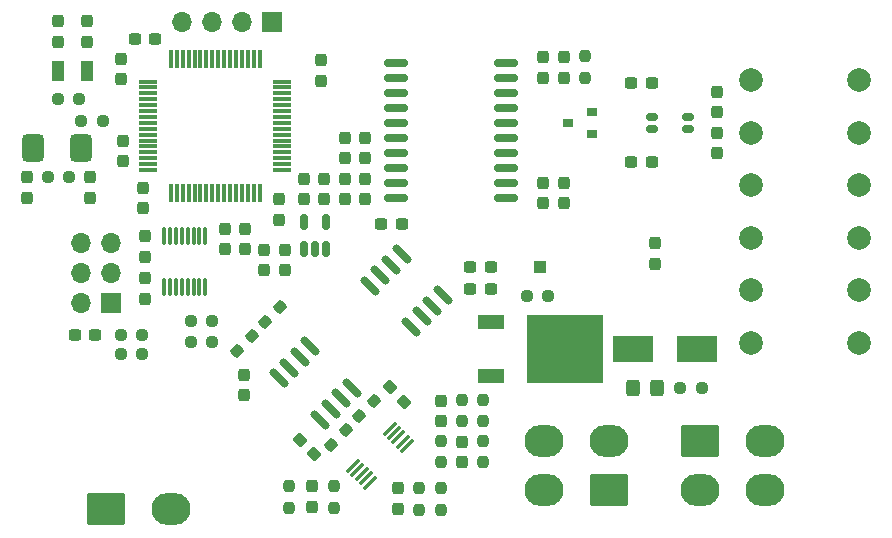
<source format=gts>
%TF.GenerationSoftware,KiCad,Pcbnew,(6.0.11)*%
%TF.CreationDate,2023-05-09T17:29:38+10:00*%
%TF.ProjectId,LV_MASTER_A_SAMPLE,4c565f4d-4153-4544-9552-5f415f53414d,1*%
%TF.SameCoordinates,Original*%
%TF.FileFunction,Soldermask,Top*%
%TF.FilePolarity,Negative*%
%FSLAX46Y46*%
G04 Gerber Fmt 4.6, Leading zero omitted, Abs format (unit mm)*
G04 Created by KiCad (PCBNEW (6.0.11)) date 2023-05-09 17:29:38*
%MOMM*%
%LPD*%
G01*
G04 APERTURE LIST*
G04 Aperture macros list*
%AMRoundRect*
0 Rectangle with rounded corners*
0 $1 Rounding radius*
0 $2 $3 $4 $5 $6 $7 $8 $9 X,Y pos of 4 corners*
0 Add a 4 corners polygon primitive as box body*
4,1,4,$2,$3,$4,$5,$6,$7,$8,$9,$2,$3,0*
0 Add four circle primitives for the rounded corners*
1,1,$1+$1,$2,$3*
1,1,$1+$1,$4,$5*
1,1,$1+$1,$6,$7*
1,1,$1+$1,$8,$9*
0 Add four rect primitives between the rounded corners*
20,1,$1+$1,$2,$3,$4,$5,0*
20,1,$1+$1,$4,$5,$6,$7,0*
20,1,$1+$1,$6,$7,$8,$9,0*
20,1,$1+$1,$8,$9,$2,$3,0*%
G04 Aperture macros list end*
%ADD10RoundRect,0.250000X-0.325000X-0.450000X0.325000X-0.450000X0.325000X0.450000X-0.325000X0.450000X0*%
%ADD11RoundRect,0.237500X0.300000X0.237500X-0.300000X0.237500X-0.300000X-0.237500X0.300000X-0.237500X0*%
%ADD12RoundRect,0.237500X0.237500X-0.250000X0.237500X0.250000X-0.237500X0.250000X-0.237500X-0.250000X0*%
%ADD13RoundRect,0.075000X-0.700000X-0.075000X0.700000X-0.075000X0.700000X0.075000X-0.700000X0.075000X0*%
%ADD14RoundRect,0.075000X-0.075000X-0.700000X0.075000X-0.700000X0.075000X0.700000X-0.075000X0.700000X0*%
%ADD15RoundRect,0.237500X0.237500X-0.300000X0.237500X0.300000X-0.237500X0.300000X-0.237500X-0.300000X0*%
%ADD16RoundRect,0.237500X-0.237500X0.300000X-0.237500X-0.300000X0.237500X-0.300000X0.237500X0.300000X0*%
%ADD17R,1.000000X1.800000*%
%ADD18RoundRect,0.237500X0.250000X0.237500X-0.250000X0.237500X-0.250000X-0.237500X0.250000X-0.237500X0*%
%ADD19R,0.900000X0.800000*%
%ADD20RoundRect,0.237500X-0.250000X-0.237500X0.250000X-0.237500X0.250000X0.237500X-0.250000X0.237500X0*%
%ADD21RoundRect,0.237500X-0.380070X0.044194X0.044194X-0.380070X0.380070X-0.044194X-0.044194X0.380070X0*%
%ADD22RoundRect,0.237500X-0.237500X0.250000X-0.237500X-0.250000X0.237500X-0.250000X0.237500X0.250000X0*%
%ADD23RoundRect,0.237500X-0.008839X-0.344715X0.344715X0.008839X0.008839X0.344715X-0.344715X-0.008839X0*%
%ADD24RoundRect,0.237500X0.380070X-0.044194X-0.044194X0.380070X-0.380070X0.044194X0.044194X-0.380070X0*%
%ADD25R,2.200000X1.200000*%
%ADD26R,6.400000X5.800000*%
%ADD27RoundRect,0.237500X0.008839X0.344715X-0.344715X-0.008839X-0.008839X-0.344715X0.344715X0.008839X0*%
%ADD28RoundRect,0.237500X-0.300000X-0.237500X0.300000X-0.237500X0.300000X0.237500X-0.300000X0.237500X0*%
%ADD29RoundRect,0.475000X-0.475000X-0.725000X0.475000X-0.725000X0.475000X0.725000X-0.475000X0.725000X0*%
%ADD30RoundRect,0.150000X0.689429X-0.477297X-0.477297X0.689429X-0.689429X0.477297X0.477297X-0.689429X0*%
%ADD31R,3.500000X2.300000*%
%ADD32RoundRect,0.075000X-0.406586X-0.512652X0.512652X0.406586X0.406586X0.512652X-0.512652X-0.406586X0*%
%ADD33RoundRect,0.075000X-0.075000X0.650000X-0.075000X-0.650000X0.075000X-0.650000X0.075000X0.650000X0*%
%ADD34RoundRect,0.150000X-0.875000X-0.150000X0.875000X-0.150000X0.875000X0.150000X-0.875000X0.150000X0*%
%ADD35R,1.000000X1.000000*%
%ADD36RoundRect,0.150000X-0.375000X-0.150000X0.375000X-0.150000X0.375000X0.150000X-0.375000X0.150000X0*%
%ADD37C,2.000000*%
%ADD38RoundRect,0.150000X0.150000X-0.512500X0.150000X0.512500X-0.150000X0.512500X-0.150000X-0.512500X0*%
%ADD39RoundRect,0.150000X-0.689429X0.477297X0.477297X-0.689429X0.689429X-0.477297X-0.477297X0.689429X0*%
%ADD40R,1.700000X1.700000*%
%ADD41O,1.700000X1.700000*%
%ADD42RoundRect,0.250001X-1.399999X1.099999X-1.399999X-1.099999X1.399999X-1.099999X1.399999X1.099999X0*%
%ADD43O,3.300000X2.700000*%
%ADD44RoundRect,0.250001X1.399999X-1.099999X1.399999X1.099999X-1.399999X1.099999X-1.399999X-1.099999X0*%
G04 APERTURE END LIST*
D10*
%TO.C,D10*%
X162539000Y-105882400D03*
X164589000Y-105882400D03*
%TD*%
D11*
%TO.C,C33*%
X164131200Y-80050700D03*
X162406200Y-80050700D03*
%TD*%
D12*
%TO.C,R18*%
X149848000Y-112129700D03*
X149848000Y-110304700D03*
%TD*%
%TO.C,R22*%
X149848000Y-108674500D03*
X149848000Y-106849500D03*
%TD*%
D13*
%TO.C,U1*%
X121516200Y-79907400D03*
X121516200Y-80407400D03*
X121516200Y-80907400D03*
X121516200Y-81407400D03*
X121516200Y-81907400D03*
X121516200Y-82407400D03*
X121516200Y-82907400D03*
X121516200Y-83407400D03*
X121516200Y-83907400D03*
X121516200Y-84407400D03*
X121516200Y-84907400D03*
X121516200Y-85407400D03*
X121516200Y-85907400D03*
X121516200Y-86407400D03*
X121516200Y-86907400D03*
X121516200Y-87407400D03*
D14*
X123441200Y-89332400D03*
X123941200Y-89332400D03*
X124441200Y-89332400D03*
X124941200Y-89332400D03*
X125441200Y-89332400D03*
X125941200Y-89332400D03*
X126441200Y-89332400D03*
X126941200Y-89332400D03*
X127441200Y-89332400D03*
X127941200Y-89332400D03*
X128441200Y-89332400D03*
X128941200Y-89332400D03*
X129441200Y-89332400D03*
X129941200Y-89332400D03*
X130441200Y-89332400D03*
X130941200Y-89332400D03*
D13*
X132866200Y-87407400D03*
X132866200Y-86907400D03*
X132866200Y-86407400D03*
X132866200Y-85907400D03*
X132866200Y-85407400D03*
X132866200Y-84907400D03*
X132866200Y-84407400D03*
X132866200Y-83907400D03*
X132866200Y-83407400D03*
X132866200Y-82907400D03*
X132866200Y-82407400D03*
X132866200Y-81907400D03*
X132866200Y-81407400D03*
X132866200Y-80907400D03*
X132866200Y-80407400D03*
X132866200Y-79907400D03*
D14*
X130941200Y-77982400D03*
X130441200Y-77982400D03*
X129941200Y-77982400D03*
X129441200Y-77982400D03*
X128941200Y-77982400D03*
X128441200Y-77982400D03*
X127941200Y-77982400D03*
X127441200Y-77982400D03*
X126941200Y-77982400D03*
X126441200Y-77982400D03*
X125941200Y-77982400D03*
X125441200Y-77982400D03*
X124941200Y-77982400D03*
X124441200Y-77982400D03*
X123941200Y-77982400D03*
X123441200Y-77982400D03*
%TD*%
D15*
%TO.C,C29*%
X156680600Y-79591200D03*
X156680600Y-77866200D03*
%TD*%
D16*
%TO.C,C7*%
X136157400Y-78121300D03*
X136157400Y-79846300D03*
%TD*%
D17*
%TO.C,Y2*%
X113870800Y-79009200D03*
X116370800Y-79009200D03*
%TD*%
D18*
%TO.C,R8*%
X121028850Y-102999500D03*
X119203850Y-102999500D03*
%TD*%
D16*
%TO.C,C48*%
X146317400Y-106949500D03*
X146317400Y-108674500D03*
%TD*%
D12*
%TO.C,R17*%
X133465000Y-116015100D03*
X133465000Y-114190100D03*
%TD*%
D16*
%TO.C,C40*%
X121229300Y-93006800D03*
X121229300Y-94731800D03*
%TD*%
D15*
%TO.C,C36*%
X169685400Y-82514400D03*
X169685400Y-80789400D03*
%TD*%
%TO.C,C47*%
X142645400Y-116067500D03*
X142645400Y-114342500D03*
%TD*%
D19*
%TO.C,D6*%
X159087000Y-84353400D03*
X159087000Y-82453400D03*
X157087000Y-83403400D03*
%TD*%
D15*
%TO.C,C3*%
X113870800Y-76520000D03*
X113870800Y-74795000D03*
%TD*%
%TO.C,C49*%
X164453000Y-95340300D03*
X164453000Y-93615300D03*
%TD*%
D11*
%TO.C,C39*%
X117042950Y-101335800D03*
X115317950Y-101335800D03*
%TD*%
D15*
%TO.C,C10*%
X119418800Y-86628100D03*
X119418800Y-84903100D03*
%TD*%
D16*
%TO.C,C26*%
X139891200Y-88132400D03*
X139891200Y-89857400D03*
%TD*%
%TO.C,C15*%
X133084000Y-94148700D03*
X133084000Y-95873700D03*
%TD*%
D15*
%TO.C,C41*%
X121229300Y-98305300D03*
X121229300Y-96580300D03*
%TD*%
%TO.C,C4*%
X116370800Y-76520000D03*
X116370800Y-74795000D03*
%TD*%
D20*
%TO.C,R29*%
X113870800Y-81407400D03*
X115695800Y-81407400D03*
%TD*%
D16*
%TO.C,C12*%
X129731200Y-92395000D03*
X129731200Y-94120000D03*
%TD*%
D21*
%TO.C,C44*%
X141948320Y-105805920D03*
X143168080Y-107025680D03*
%TD*%
D11*
%TO.C,C34*%
X164131300Y-86680100D03*
X162406300Y-86680100D03*
%TD*%
D16*
%TO.C,C31*%
X156680600Y-88483400D03*
X156680600Y-90208400D03*
%TD*%
D15*
%TO.C,C30*%
X154978800Y-79591200D03*
X154978800Y-77866200D03*
%TD*%
D16*
%TO.C,C2*%
X116599400Y-88026200D03*
X116599400Y-89751200D03*
%TD*%
%TO.C,C11*%
X128029400Y-92395000D03*
X128029400Y-94120000D03*
%TD*%
D11*
%TO.C,C52*%
X150507300Y-95646200D03*
X148782300Y-95646200D03*
%TD*%
D22*
%TO.C,R16*%
X137249600Y-114190100D03*
X137249600Y-116015100D03*
%TD*%
D23*
%TO.C,R14*%
X139383200Y-108244600D03*
X140673670Y-106954130D03*
%TD*%
D24*
%TO.C,C43*%
X135548360Y-111470960D03*
X134328600Y-110251200D03*
%TD*%
D25*
%TO.C,Q2*%
X150499400Y-100249600D03*
D26*
X156799400Y-102529600D03*
D25*
X150499400Y-104809600D03*
%TD*%
D27*
%TO.C,R15*%
X138255365Y-109397835D03*
X136964895Y-110688305D03*
%TD*%
D28*
%TO.C,C51*%
X141238500Y-91988600D03*
X142963500Y-91988600D03*
%TD*%
D11*
%TO.C,C53*%
X150507300Y-97495800D03*
X148782300Y-97495800D03*
%TD*%
D16*
%TO.C,C42*%
X129604200Y-104715100D03*
X129604200Y-106440100D03*
%TD*%
%TO.C,C27*%
X138138600Y-88132400D03*
X138138600Y-89857400D03*
%TD*%
D18*
%TO.C,R4*%
X114844900Y-88026200D03*
X113019900Y-88026200D03*
%TD*%
D15*
%TO.C,C5*%
X119190200Y-79719300D03*
X119190200Y-77994300D03*
%TD*%
%TO.C,C25*%
X138138600Y-86400600D03*
X138138600Y-84675600D03*
%TD*%
D29*
%TO.C,Y1*%
X111764700Y-85511600D03*
X115864700Y-85511600D03*
%TD*%
D20*
%TO.C,R25*%
X166564550Y-105831600D03*
X168389550Y-105831600D03*
%TD*%
D30*
%TO.C,U7*%
X136052451Y-108522328D03*
X136950476Y-107624302D03*
X137848502Y-106726276D03*
X138746528Y-105828251D03*
X135246349Y-102328072D03*
X134348324Y-103226098D03*
X133450298Y-104124124D03*
X132552272Y-105022149D03*
%TD*%
D15*
%TO.C,C9*%
X121044400Y-90641300D03*
X121044400Y-88916300D03*
%TD*%
D20*
%TO.C,R9*%
X119203850Y-101335800D03*
X121028850Y-101335800D03*
%TD*%
%TO.C,R11*%
X125099400Y-101945400D03*
X126924400Y-101945400D03*
%TD*%
D22*
%TO.C,R20*%
X146277600Y-114342500D03*
X146277600Y-116167500D03*
%TD*%
D31*
%TO.C,D7*%
X162548000Y-102529600D03*
X167948000Y-102529600D03*
%TD*%
D23*
%TO.C,R13*%
X131407600Y-100269000D03*
X132698070Y-98978530D03*
%TD*%
D22*
%TO.C,R23*%
X148120800Y-106849500D03*
X148120800Y-108674500D03*
%TD*%
D16*
%TO.C,C1*%
X111240000Y-88026200D03*
X111240000Y-89751200D03*
%TD*%
D32*
%TO.C,U8*%
X138873058Y-112445928D03*
X139226612Y-112799482D03*
X139580165Y-113153035D03*
X139933718Y-113506588D03*
X140287272Y-113860142D03*
X143398542Y-110748872D03*
X143044988Y-110395318D03*
X142691435Y-110041765D03*
X142337882Y-109688212D03*
X141984328Y-109334658D03*
%TD*%
D33*
%TO.C,U6*%
X126350400Y-92962800D03*
X125850400Y-92962800D03*
X125350400Y-92962800D03*
X124850400Y-92962800D03*
X124350400Y-92962800D03*
X123850400Y-92962800D03*
X123350400Y-92962800D03*
X122850400Y-92962800D03*
X122850400Y-97262800D03*
X123350400Y-97262800D03*
X123850400Y-97262800D03*
X124350400Y-97262800D03*
X124850400Y-97262800D03*
X125350400Y-97262800D03*
X125850400Y-97262800D03*
X126350400Y-97262800D03*
%TD*%
D34*
%TO.C,U4*%
X142531000Y-78323400D03*
X142531000Y-79593400D03*
X142531000Y-80863400D03*
X142531000Y-82133400D03*
X142531000Y-83403400D03*
X142531000Y-84673400D03*
X142531000Y-85943400D03*
X142531000Y-87213400D03*
X142531000Y-88483400D03*
X142531000Y-89753400D03*
X151831000Y-89753400D03*
X151831000Y-88483400D03*
X151831000Y-87213400D03*
X151831000Y-85943400D03*
X151831000Y-84673400D03*
X151831000Y-83403400D03*
X151831000Y-82133400D03*
X151831000Y-80863400D03*
X151831000Y-79593400D03*
X151831000Y-78323400D03*
%TD*%
D18*
%TO.C,R28*%
X117689700Y-83251000D03*
X115864700Y-83251000D03*
%TD*%
D15*
%TO.C,C18*%
X134709600Y-89879300D03*
X134709600Y-88154300D03*
%TD*%
%TO.C,C19*%
X136421600Y-89880400D03*
X136421600Y-88155400D03*
%TD*%
D22*
%TO.C,R5*%
X158509400Y-77766200D03*
X158509400Y-79591200D03*
%TD*%
D35*
%TO.C,AUX_OUT*%
X154724800Y-95595400D03*
%TD*%
D16*
%TO.C,C35*%
X169685400Y-84226400D03*
X169685400Y-85951400D03*
%TD*%
D22*
%TO.C,R19*%
X146317400Y-110304700D03*
X146317400Y-112129700D03*
%TD*%
D27*
%TO.C,R12*%
X130290000Y-101412000D03*
X128999530Y-102702470D03*
%TD*%
D16*
%TO.C,C32*%
X154978800Y-88483400D03*
X154978800Y-90208400D03*
%TD*%
D36*
%TO.C,U5*%
X164131200Y-82903400D03*
X164131200Y-83903400D03*
X167181200Y-83903400D03*
X167181200Y-82903400D03*
%TD*%
D37*
%TO.C,J1*%
X172567600Y-102006400D03*
X172567600Y-97566400D03*
X172567600Y-93116400D03*
X172567600Y-88676400D03*
X172567600Y-84226400D03*
X172567600Y-79786400D03*
X181687600Y-102006400D03*
X181687600Y-97566400D03*
X181687600Y-93116400D03*
X181687600Y-88676400D03*
X181687600Y-84226400D03*
X181687600Y-79786400D03*
%TD*%
D16*
%TO.C,C46*%
X148120800Y-110404700D03*
X148120800Y-112129700D03*
%TD*%
D38*
%TO.C,U2*%
X134709600Y-94116700D03*
X135659600Y-94116700D03*
X136609600Y-94116700D03*
X136609600Y-91841700D03*
X134709600Y-91841700D03*
%TD*%
D39*
%TO.C,U9*%
X142967949Y-94504872D03*
X142069924Y-95402898D03*
X141171898Y-96300924D03*
X140273872Y-97198949D03*
X143774051Y-100699128D03*
X144672076Y-99801102D03*
X145570102Y-98903076D03*
X146468128Y-98005051D03*
%TD*%
D18*
%TO.C,R10*%
X126924400Y-100192800D03*
X125099400Y-100192800D03*
%TD*%
D15*
%TO.C,C45*%
X135395400Y-115915100D03*
X135395400Y-114190100D03*
%TD*%
D12*
%TO.C,R21*%
X144463200Y-116167500D03*
X144463200Y-114342500D03*
%TD*%
D28*
%TO.C,C6*%
X120385100Y-76316800D03*
X122110100Y-76316800D03*
%TD*%
D18*
%TO.C,R24*%
X155383300Y-98059200D03*
X153558300Y-98059200D03*
%TD*%
D16*
%TO.C,C8*%
X132550600Y-89881500D03*
X132550600Y-91606500D03*
%TD*%
D15*
%TO.C,C28*%
X139891200Y-86400600D03*
X139891200Y-84675600D03*
%TD*%
D16*
%TO.C,C14*%
X131341600Y-94148700D03*
X131341600Y-95873700D03*
%TD*%
D40*
%TO.C,J2*%
X131966400Y-74894400D03*
D41*
X129426400Y-74894400D03*
X126886400Y-74894400D03*
X124346400Y-74894400D03*
%TD*%
D42*
%TO.C,J7*%
X168213400Y-110304700D03*
D43*
X168213400Y-114504700D03*
X173713400Y-110304700D03*
X173713400Y-114504700D03*
%TD*%
D40*
%TO.C,J3*%
X118397400Y-98653800D03*
D41*
X115857400Y-98653800D03*
X118397400Y-96113800D03*
X115857400Y-96113800D03*
X118397400Y-93573800D03*
X115857400Y-93573800D03*
%TD*%
D42*
%TO.C,J5*%
X117946800Y-116118600D03*
D43*
X123446800Y-116118600D03*
%TD*%
D44*
%TO.C,J6*%
X160565600Y-114504700D03*
D43*
X160565600Y-110304700D03*
X155065600Y-114504700D03*
X155065600Y-110304700D03*
%TD*%
M02*

</source>
